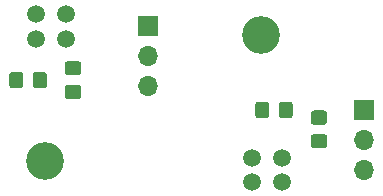
<source format=gbr>
G04 #@! TF.GenerationSoftware,KiCad,Pcbnew,6.0.8-f2edbf62ab~116~ubuntu20.04.1*
G04 #@! TF.CreationDate,2022-11-03T13:34:09-03:00*
G04 #@! TF.ProjectId,sensor_gnuiiium_lateral,73656e73-6f72-45f6-976e-75696969756d,rev?*
G04 #@! TF.SameCoordinates,Original*
G04 #@! TF.FileFunction,Soldermask,Top*
G04 #@! TF.FilePolarity,Negative*
%FSLAX46Y46*%
G04 Gerber Fmt 4.6, Leading zero omitted, Abs format (unit mm)*
G04 Created by KiCad (PCBNEW 6.0.8-f2edbf62ab~116~ubuntu20.04.1) date 2022-11-03 13:34:09*
%MOMM*%
%LPD*%
G01*
G04 APERTURE LIST*
%ADD10C,3.200000*%
%ADD11R,1.700000X1.700000*%
%ADD12O,1.700000X1.700000*%
%ADD13C,1.500000*%
G04 APERTURE END LIST*
G04 #@! TO.C,R1*
G36*
G01*
X168331000Y-83298400D02*
X169231000Y-83298400D01*
G75*
G02*
X169481000Y-83548400I0J-250000D01*
G01*
X169481000Y-84248400D01*
G75*
G02*
X169231000Y-84498400I-250000J0D01*
G01*
X168331000Y-84498400D01*
G75*
G02*
X168081000Y-84248400I0J250000D01*
G01*
X168081000Y-83548400D01*
G75*
G02*
X168331000Y-83298400I250000J0D01*
G01*
G37*
G36*
G01*
X168331000Y-81298400D02*
X169231000Y-81298400D01*
G75*
G02*
X169481000Y-81548400I0J-250000D01*
G01*
X169481000Y-82248400D01*
G75*
G02*
X169231000Y-82498400I-250000J0D01*
G01*
X168331000Y-82498400D01*
G75*
G02*
X168081000Y-82248400I0J250000D01*
G01*
X168081000Y-81548400D01*
G75*
G02*
X168331000Y-81298400I250000J0D01*
G01*
G37*
G04 #@! TD*
G04 #@! TO.C,R1*
G36*
G01*
X148405000Y-80340000D02*
X147505000Y-80340000D01*
G75*
G02*
X147255000Y-80090000I0J250000D01*
G01*
X147255000Y-79390000D01*
G75*
G02*
X147505000Y-79140000I250000J0D01*
G01*
X148405000Y-79140000D01*
G75*
G02*
X148655000Y-79390000I0J-250000D01*
G01*
X148655000Y-80090000D01*
G75*
G02*
X148405000Y-80340000I-250000J0D01*
G01*
G37*
G36*
G01*
X148405000Y-78340000D02*
X147505000Y-78340000D01*
G75*
G02*
X147255000Y-78090000I0J250000D01*
G01*
X147255000Y-77390000D01*
G75*
G02*
X147505000Y-77140000I250000J0D01*
G01*
X148405000Y-77140000D01*
G75*
G02*
X148655000Y-77390000I0J-250000D01*
G01*
X148655000Y-78090000D01*
G75*
G02*
X148405000Y-78340000I-250000J0D01*
G01*
G37*
G04 #@! TD*
G04 #@! TO.C,R9*
G36*
G01*
X142545000Y-79190000D02*
X142545000Y-78290000D01*
G75*
G02*
X142795000Y-78040000I250000J0D01*
G01*
X143495000Y-78040000D01*
G75*
G02*
X143745000Y-78290000I0J-250000D01*
G01*
X143745000Y-79190000D01*
G75*
G02*
X143495000Y-79440000I-250000J0D01*
G01*
X142795000Y-79440000D01*
G75*
G02*
X142545000Y-79190000I0J250000D01*
G01*
G37*
G36*
G01*
X144545000Y-79190000D02*
X144545000Y-78290000D01*
G75*
G02*
X144795000Y-78040000I250000J0D01*
G01*
X145495000Y-78040000D01*
G75*
G02*
X145745000Y-78290000I0J-250000D01*
G01*
X145745000Y-79190000D01*
G75*
G02*
X145495000Y-79440000I-250000J0D01*
G01*
X144795000Y-79440000D01*
G75*
G02*
X144545000Y-79190000I0J250000D01*
G01*
G37*
G04 #@! TD*
G04 #@! TO.C,R9*
G36*
G01*
X165371000Y-81713400D02*
X165371000Y-80813400D01*
G75*
G02*
X165621000Y-80563400I250000J0D01*
G01*
X166321000Y-80563400D01*
G75*
G02*
X166571000Y-80813400I0J-250000D01*
G01*
X166571000Y-81713400D01*
G75*
G02*
X166321000Y-81963400I-250000J0D01*
G01*
X165621000Y-81963400D01*
G75*
G02*
X165371000Y-81713400I0J250000D01*
G01*
G37*
G36*
G01*
X163371000Y-81713400D02*
X163371000Y-80813400D01*
G75*
G02*
X163621000Y-80563400I250000J0D01*
G01*
X164321000Y-80563400D01*
G75*
G02*
X164571000Y-80813400I0J-250000D01*
G01*
X164571000Y-81713400D01*
G75*
G02*
X164321000Y-81963400I-250000J0D01*
G01*
X163621000Y-81963400D01*
G75*
G02*
X163371000Y-81713400I0J250000D01*
G01*
G37*
G04 #@! TD*
D10*
G04 #@! TO.C,REF\u002A\u002A*
X145544000Y-85568000D03*
G04 #@! TD*
G04 #@! TO.C,REF\u002A\u002A*
X163830000Y-74930000D03*
G04 #@! TD*
D11*
G04 #@! TO.C,REF\u002A\u002A*
X154305000Y-74155000D03*
D12*
X154305000Y-76695000D03*
X154305000Y-79235000D03*
G04 #@! TD*
G04 #@! TO.C,REF\u002A\u002A*
X172591000Y-86358400D03*
X172591000Y-83818400D03*
D11*
X172591000Y-81278400D03*
G04 #@! TD*
D13*
G04 #@! TO.C,U1*
X144780000Y-73100000D03*
X147320000Y-73100000D03*
X147320000Y-75210000D03*
X144780000Y-75210000D03*
G04 #@! TD*
G04 #@! TO.C,U1*
X163066000Y-87398400D03*
X165606000Y-87398400D03*
X165606000Y-85288400D03*
X163066000Y-85288400D03*
G04 #@! TD*
M02*

</source>
